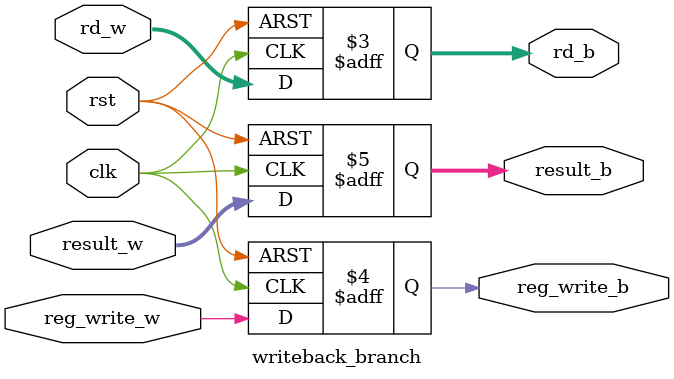
<source format=sv>
`timescale 1ns / 1ps


module writeback_branch(
    //inputs
    input  logic        clk,
    input  logic        rst,
    input  logic [4:0]  rd_w,
    input  logic        reg_write_w,
    input  logic [31:0] result_w,
    
    //outputs
    output logic [4:0]  rd_b,
    output logic        reg_write_b,
    output logic [31:0] result_b
    );
    
    
    always_ff @(posedge clk or negedge rst)
        begin
            if(!rst)
                begin
                    rd_b            <= 5'd0;
                    reg_write_b     <= 1'b0;
                    result_b        <= 32'd0;
                end
            else
                begin
                    rd_b            <= rd_w;
                    reg_write_b     <= reg_write_w;
                    result_b        <= result_w;
                end
        end
endmodule

</source>
